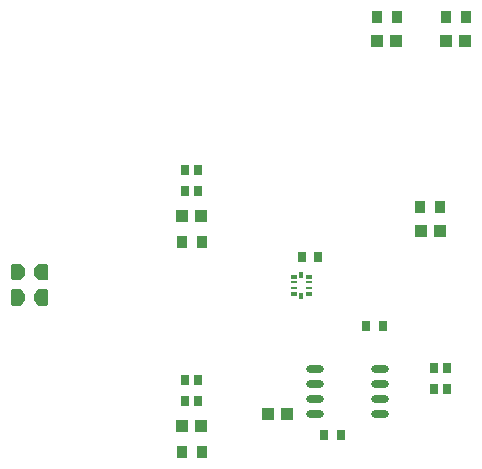
<source format=gtp>
G04 Layer: TopPasteMaskLayer*
G04 EasyEDA v6.5.34, 2023-09-10 21:38:17*
G04 5915201a24e44bbb9a238a9ce508910a,5a6b42c53f6a479593ecc07194224c93,10*
G04 Gerber Generator version 0.2*
G04 Scale: 100 percent, Rotated: No, Reflected: No *
G04 Dimensions in millimeters *
G04 leading zeros omitted , absolute positions ,4 integer and 5 decimal *
%FSLAX45Y45*%
%MOMM*%

%ADD10R,1.0000X1.1000*%
%ADD11R,0.8999X1.0000*%
%ADD12R,0.8000X0.9000*%
%ADD13R,0.7000X0.9000*%
%ADD14O,1.5200122X0.5999988*%
%ADD15R,0.5800X0.3000*%
%ADD16R,0.5800X0.2500*%
%ADD17R,0.3500X0.6300*%

%LPD*%
G36*
X696823Y3485134D02*
G01*
X658317Y3438347D01*
X658317Y3394252D01*
X696823Y3347465D01*
X765556Y3347465D01*
X775563Y3357473D01*
X775563Y3475126D01*
X765556Y3485134D01*
G37*
G36*
X479043Y3485134D02*
G01*
X469036Y3475126D01*
X469036Y3357473D01*
X479043Y3347465D01*
X547776Y3347465D01*
X586282Y3394252D01*
X586282Y3438347D01*
X547776Y3485134D01*
G37*
G36*
X696823Y3269234D02*
G01*
X658317Y3222447D01*
X658317Y3178352D01*
X696823Y3131566D01*
X765556Y3131566D01*
X775563Y3141573D01*
X775563Y3259226D01*
X765556Y3269234D01*
G37*
G36*
X479043Y3269234D02*
G01*
X469036Y3259226D01*
X469036Y3141573D01*
X479043Y3131566D01*
X547776Y3131566D01*
X586282Y3178352D01*
X586282Y3222447D01*
X547776Y3269234D01*
G37*
D10*
G01*
X3564882Y5372092D03*
G01*
X3724876Y5372092D03*
D11*
G01*
X3559878Y5575292D03*
G01*
X3729880Y5575292D03*
D10*
G01*
X3933182Y3759192D03*
G01*
X4093176Y3759192D03*
D11*
G01*
X3928178Y3962392D03*
G01*
X4098180Y3962392D03*
D10*
G01*
X2637782Y2209792D03*
G01*
X2797776Y2209792D03*
D12*
G01*
X3613294Y2959092D03*
G01*
X3473289Y2959092D03*
G01*
X3257694Y2031992D03*
G01*
X3117689Y2031992D03*
D13*
G01*
X2048908Y2321476D03*
G01*
X2048883Y2504483D03*
G01*
X1938901Y2504483D03*
G01*
X1938901Y2321476D03*
G01*
X2048883Y4099476D03*
G01*
X2048883Y4282483D03*
G01*
X1938901Y4282483D03*
G01*
X1938901Y4099476D03*
D14*
G01*
X3588682Y2209792D03*
G01*
X3588682Y2336792D03*
G01*
X3588682Y2463792D03*
G01*
X3588682Y2590792D03*
G01*
X3040702Y2209792D03*
G01*
X3040702Y2336792D03*
G01*
X3040702Y2463792D03*
G01*
X3040702Y2590792D03*
D15*
G01*
X2857009Y3376795D03*
D16*
G01*
X2857009Y3326782D03*
G01*
X2857009Y3276795D03*
D15*
G01*
X2856984Y3226782D03*
D17*
G01*
X2920992Y3215987D03*
D15*
G01*
X2985000Y3226782D03*
D16*
G01*
X2985000Y3276795D03*
G01*
X2985000Y3326782D03*
D15*
G01*
X2985000Y3376795D03*
D17*
G01*
X2920839Y3387996D03*
D11*
G01*
X1908878Y3670292D03*
G01*
X2078880Y3670292D03*
D10*
G01*
X1913882Y3886192D03*
G01*
X2073876Y3886192D03*
G01*
X1913882Y2108192D03*
G01*
X2073876Y2108192D03*
D11*
G01*
X1908878Y1892292D03*
G01*
X2078880Y1892292D03*
G01*
X4144078Y5575292D03*
G01*
X4314080Y5575292D03*
D10*
G01*
X4149082Y5372092D03*
G01*
X4309076Y5372092D03*
D12*
G01*
X3067194Y3543292D03*
G01*
X2927189Y3543292D03*
D13*
G01*
X4157083Y2423076D03*
G01*
X4157083Y2606083D03*
G01*
X4047075Y2606083D03*
G01*
X4047075Y2423076D03*
M02*

</source>
